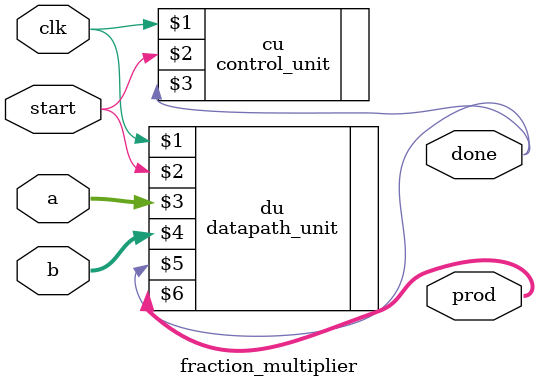
<source format=v>
`timescale 1ns / 1ps


module fraction_multiplier(clk, start, a, b, done, prod);

    input clk, start; 
    input [6:0] a, b; 
    output wire done; 
    output wire [12:0] prod;

    control_unit cu(clk, start, done);
    datapath_unit du(clk, start, a, b, done, prod);

endmodule
</source>
